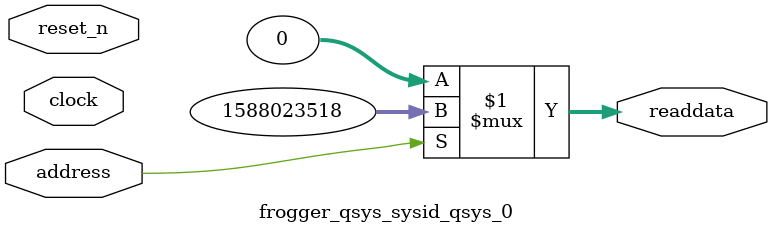
<source format=v>



// synthesis translate_off
`timescale 1ns / 1ps
// synthesis translate_on

// turn off superfluous verilog processor warnings 
// altera message_level Level1 
// altera message_off 10034 10035 10036 10037 10230 10240 10030 

module frogger_qsys_sysid_qsys_0 (
               // inputs:
                address,
                clock,
                reset_n,

               // outputs:
                readdata
             )
;

  output  [ 31: 0] readdata;
  input            address;
  input            clock;
  input            reset_n;

  wire    [ 31: 0] readdata;
  //control_slave, which is an e_avalon_slave
  assign readdata = address ? 1588023518 : 0;

endmodule



</source>
